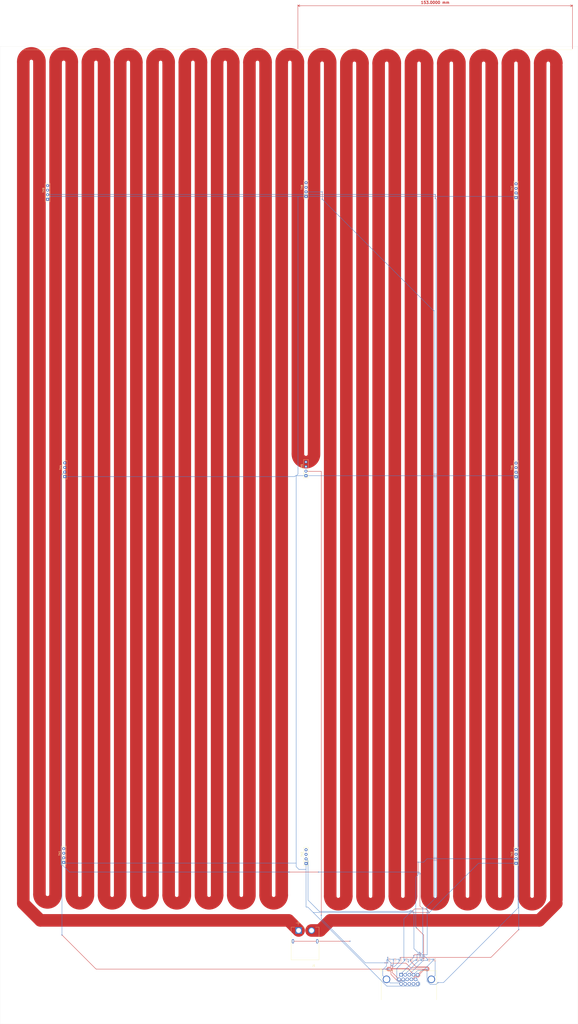
<source format=kicad_pcb>
(kicad_pcb (version 20241229) (generator "pcbnew") (generator_version "9.0")
  (layers (0 "F.Cu" signal) (2 "B.Cu" signal) (13 "F.Paste" user) (15 "B.Paste" user) (5 "F.SilkS" user "F.Silkscreen") (7 "B.SilkS" user "B.Silkscreen") (1 "F.Mask" user) (3 "B.Mask" user) (25 "Edge.Cuts" user))
  (net 0 "")
  (net 1 "24V")
  (net 3 "TH3")
  (net 4 "5V")
  (net 8 "TH7")
  (net 9 "GND")
  (net 10 "TH2")
  (net 11 "TH6")
  (net 12 "TH9")
  (net 13 "TH1")
  (net 14 "TH5")
  (net 15 "TH8")
  (net 16 "TH4")
  (net 17 "Return")
  (footprint "Resistor_THT:R_Array_SIP4" (layer "F.Cu") (at 637.5 194.0975 90)
    (property "Reference" "TH7" (at 5.08 -2.31 90) (layer "F.SilkS"))
    (property "Value" "Thermistor_NTC")
    (pad "1" thru_hole rect (at 0 0 90) (size 1.6 1.6) (drill 0.8) (layers "*.Cu" "*.Mask") (net 4 "5V"))
    (pad "2" thru_hole circle (at 2.54 0 90) (size 1.6 1.6) (drill 0.8) (layers "*.Cu" "*.Mask") (net 8 "TH7"))
    (pad "3" thru_hole circle (at 5.08 0 90) (size 1.6 1.6) (drill 0.8) (layers "*.Cu" "*.Mask"))
    (pad "4" thru_hole circle (at 7.62 0 90) (size 1.6 1.6) (drill 0.8) (layers "*.Cu" "*.Mask"))
  )
  (footprint "Resistor_THT:R_Array_SIP4" (layer "F.Cu") (at 520.5 564.695 90)
    (property "Reference" "TH2" (at 5.08 -2.31 90) (layer "F.SilkS"))
    (property "Value" "Thermistor_NTC")
    (pad "1" thru_hole rect (at 0 0 90) (size 1.6 1.6) (drill 0.8) (layers "*.Cu" "*.Mask") (net 4 "5V"))
    (pad "2" thru_hole circle (at 2.54 0 90) (size 1.6 1.6) (drill 0.8) (layers "*.Cu" "*.Mask") (net 10 "TH2"))
    (pad "3" thru_hole circle (at 5.08 0 90) (size 1.6 1.6) (drill 0.8) (layers "*.Cu" "*.Mask"))
    (pad "4" thru_hole circle (at 7.62 0 90) (size 1.6 1.6) (drill 0.8) (layers "*.Cu" "*.Mask"))
  )
  (footprint "Resistor_THT:R_Array_SIP4" (layer "F.Cu") (at 520.5 193.5 90)
    (property "Reference" "TH8" (at 5.08 -2.31 90) (layer "F.SilkS"))
    (property "Value" "Thermistor_NTC")
    (pad "1" thru_hole rect (at 0 0 90) (size 1.6 1.6) (drill 0.8) (layers "*.Cu" "*.Mask") (net 4 "5V"))
    (pad "2" thru_hole circle (at 2.54 0 90) (size 1.6 1.6) (drill 0.8) (layers "*.Cu" "*.Mask") (net 15 "TH8"))
    (pad "3" thru_hole circle (at 5.08 0 90) (size 1.6 1.6) (drill 0.8) (layers "*.Cu" "*.Mask"))
    (pad "4" thru_hole circle (at 7.62 0 90) (size 1.6 1.6) (drill 0.8) (layers "*.Cu" "*.Mask"))
  )
  (footprint "Resistor_THT:R_Array_SIP4" (layer "F.Cu") (at 637.5 349.5 90)
    (property "Reference" "TH6" (at 5.08 -2.31 90) (layer "F.SilkS"))
    (property "Value" "Thermistor_NTC")
    (pad "1" thru_hole rect (at 0 0 90) (size 1.6 1.6) (drill 0.8) (layers "*.Cu" "*.Mask") (net 4 "5V"))
    (pad "2" thru_hole circle (at 2.54 0 90) (size 1.6 1.6) (drill 0.8) (layers "*.Cu" "*.Mask") (net 11 "TH6"))
    (pad "3" thru_hole circle (at 5.08 0 90) (size 1.6 1.6) (drill 0.8) (layers "*.Cu" "*.Mask"))
    (pad "4" thru_hole circle (at 7.62 0 90) (size 1.6 1.6) (drill 0.8) (layers "*.Cu" "*.Mask"))
  )
  (footprint "Resistor_THT:R_Array_SIP4" (layer "F.Cu") (at 386 349.4025 90)
    (property "Reference" "TH4" (at 5.08 -2.31 90) (layer "F.SilkS"))
    (property "Value" "Thermistor_NTC")
    (pad "1" thru_hole rect (at 0 0 90) (size 1.6 1.6) (drill 0.8) (layers "*.Cu" "*.Mask") (net 4 "5V"))
    (pad "2" thru_hole circle (at 2.54 0 90) (size 1.6 1.6) (drill 0.8) (layers "*.Cu" "*.Mask") (net 16 "TH4"))
    (pad "3" thru_hole circle (at 5.08 0 90) (size 1.6 1.6) (drill 0.8) (layers "*.Cu" "*.Mask"))
    (pad "4" thru_hole circle (at 7.62 0 90) (size 1.6 1.6) (drill 0.8) (layers "*.Cu" "*.Mask"))
  )
  (footprint "XT60PW-M:AMASS_XT60PW-M" (layer "F.Cu") (at 519.965 608 180)
    (property "Reference" "J1" (at -4.8236 -13.51498 0) (layer "F.SilkS") (effects (font (size 1.000441 1.000441))))
    (property "Value" "Conn_01x02_Pin")
    (pad "1" thru_hole rect (at 3.6 6 180) (size 3.716 3.716) (drill 2.7) (layers "*.Cu" "*.Mask") (net 1 "24V"))
    (pad "2" thru_hole circle (at -3.6 6 180) (size 3.716 3.716) (drill 2.7) (layers "*.Cu" "*.Mask") (net 17 "Return"))
    (pad "S1" thru_hole oval (at 6.75 0 180) (size 1.2 2.4) (drill oval 0.6 1.7) (layers "*.Cu" "*.Mask"))
    (pad "S2" thru_hole oval (at -6.75 0 180) (size 1.2 2.4) (drill oval 0.6 1.7) (layers "*.Cu" "*.Mask"))
  )
  (footprint "Resistor_THT:R_Array_SIP4" (layer "F.Cu") (at 520.45 348.9025 90)
    (property "Reference" "TH5" (at 5.08 -2.31 90) (layer "F.SilkS"))
    (property "Value" "Thermistor_NTC")
    (pad "1" thru_hole rect (at 0 0 90) (size 1.6 1.6) (drill 0.8) (layers "*.Cu" "*.Mask") (net 4 "5V"))
    (pad "2" thru_hole circle (at 2.54 0 90) (size 1.6 1.6) (drill 0.8) (layers "*.Cu" "*.Mask") (net 14 "TH5"))
    (pad "3" thru_hole circle (at 5.08 0 90) (size 1.6 1.6) (drill 0.8) (layers "*.Cu" "*.Mask"))
    (pad "4" thru_hole circle (at 7.62 0 90) (size 1.6 1.6) (drill 0.8) (layers "*.Cu" "*.Mask"))
  )
  (footprint "Resistor_THT:R_Array_SIP4" (layer "F.Cu") (at 376.5 195.0975 90)
    (property "Reference" "TH9" (at 5.08 -2.31 90) (layer "F.SilkS"))
    (property "Value" "Thermistor_NTC")
    (pad "1" thru_hole rect (at 0 0 90) (size 1.6 1.6) (drill 0.8) (layers "*.Cu" "*.Mask") (net 4 "5V"))
    (pad "2" thru_hole circle (at 2.54 0 90) (size 1.6 1.6) (drill 0.8) (layers "*.Cu" "*.Mask") (net 12 "TH9"))
    (pad "3" thru_hole circle (at 5.08 0 90) (size 1.6 1.6) (drill 0.8) (layers "*.Cu" "*.Mask"))
    (pad "4" thru_hole circle (at 7.62 0 90) (size 1.6 1.6) (drill 0.8) (layers "*.Cu" "*.Mask"))
  )
  (footprint "Resistor_THT:R_Array_SIP4" (layer "F.Cu") (at 385.5 564.0975 90)
    (property "Reference" "TH1" (at 5.08 -2.31 90) (layer "F.SilkS"))
    (property "Value" "Thermistor_NTC")
    (pad "1" thru_hole rect (at 0 0 90) (size 1.6 1.6) (drill 0.8) (layers "*.Cu" "*.Mask") (net 4 "5V"))
    (pad "2" thru_hole circle (at 2.54 0 90) (size 1.6 1.6) (drill 0.8) (layers "*.Cu" "*.Mask") (net 13 "TH1"))
    (pad "3" thru_hole circle (at 5.08 0 90) (size 1.6 1.6) (drill 0.8) (layers "*.Cu" "*.Mask"))
    (pad "4" thru_hole circle (at 7.62 0 90) (size 1.6 1.6) (drill 0.8) (layers "*.Cu" "*.Mask"))
  )
  (footprint "10090926_P154XLF:AMPHENOL_10090926-P154XLF" (layer "F.Cu") (at 577.81 629.19)
    (property "Reference" "J5" (at -15.99 -5.5 0) (layer "F.SilkS"))
    (property "Value" "10090926-P154XLF")
    (pad "1" thru_hole rect (at -4.33 -2.54) (size 1.95 1.95) (drill 1.3) (layers "*.Cu" "*.Mask") (net 13 "TH1"))
    (pad "2" thru_hole circle (at -2.04 -2.54) (size 1.95 1.95) (drill 1.3) (layers "*.Cu" "*.Mask") (net 10 "TH2"))
    (pad "3" thru_hole circle (at 0.25 -2.54) (size 1.95 1.95) (drill 1.3) (layers "*.Cu" "*.Mask") (net 3 "TH3"))
    (pad "4" thru_hole circle (at 2.54 -2.54) (size 1.95 1.95) (drill 1.3) (layers "*.Cu" "*.Mask") (net 16 "TH4"))
    (pad "5" thru_hole circle (at 4.83 -2.54) (size 1.95 1.95) (drill 1.3) (layers "*.Cu" "*.Mask") (net 14 "TH5"))
    (pad "6" thru_hole circle (at -5.47 0) (size 1.95 1.95) (drill 1.3) (layers "*.Cu" "*.Mask") (net 11 "TH6"))
    (pad "7" thru_hole circle (at -3.18 0) (size 1.95 1.95) (drill 1.3) (layers "*.Cu" "*.Mask") (net 8 "TH7"))
    (pad "8" thru_hole circle (at -0.89 0) (size 1.95 1.95) (drill 1.3) (layers "*.Cu" "*.Mask") (net 15 "TH8"))
    (pad "9" thru_hole circle (at 1.4 0) (size 1.95 1.95) (drill 1.3) (layers "*.Cu" "*.Mask") (net 12 "TH9"))
    (pad "10" thru_hole circle (at 3.69 0) (size 1.95 1.95) (drill 1.3) (layers "*.Cu" "*.Mask") (net 4 "5V"))
    (pad "11" thru_hole circle (at -4.33 2.54) (size 1.95 1.95) (drill 1.3) (layers "*.Cu" "*.Mask") (net 9 "GND"))
    (pad "12" thru_hole circle (at -2.04 2.54) (size 1.95 1.95) (drill 1.3) (layers "*.Cu" "*.Mask"))
    (pad "13" thru_hole circle (at 0.25 2.54) (size 1.95 1.95) (drill 1.3) (layers "*.Cu" "*.Mask"))
    (pad "14" thru_hole circle (at 2.54 2.54) (size 1.95 1.95) (drill 1.3) (layers "*.Cu" "*.Mask"))
    (pad "15" thru_hole circle (at 4.83 2.54) (size 1.95 1.95) (drill 1.3) (layers "*.Cu" "*.Mask"))
    (pad "S1" thru_hole circle (at -12.49 0) (size 4.216 4.216) (drill 3.2) (layers "*.Cu" "*.Mask") (net 9 "GND"))
    (pad "S2" thru_hole circle (at 12.5 0) (size 4.216 4.216) (drill 3.2) (layers "*.Cu" "*.Mask") (net 9 "GND"))
  )
  (footprint "Resistor_THT:R_Array_SIP4" (layer "F.Cu") (at 637.5 564.5975 90)
    (property "Reference" "TH3" (at 5.08 -2.31 90) (layer "F.SilkS"))
    (property "Value" "Thermistor_NTC")
    (pad "1" thru_hole rect (at 0 0 90) (size 1.6 1.6) (drill 0.8) (layers "*.Cu" "*.Mask") (net 4 "5V"))
    (pad "2" thru_hole circle (at 2.54 0 90) (size 1.6 1.6) (drill 0.8) (layers "*.Cu" "*.Mask") (net 3 "TH3"))
    (pad "3" thru_hole circle (at 5.08 0 90) (size 1.6 1.6) (drill 0.8) (layers "*.Cu" "*.Mask"))
    (pad "4" thru_hole circle (at 7.62 0 90) (size 1.6 1.6) (drill 0.8) (layers "*.Cu" "*.Mask"))
  )
  (footprint "Resistor_SMD:R_0201_0603Metric" (layer "B.Cu") (at 588.165 618.345 90)
    (property "Reference" "R8" (at 0 1.05 90) (layer "B.SilkS") (effects (justify mirror)))
    (property "Value" "6.8k")
    (pad "1" smd roundrect (at -0.32 0 90) (size 0.46 0.4) (layers "B.Cu" "B.Mask") (net 3 "TH3"))
    (pad "2" smd roundrect (at 0.32 0 90) (size 0.46 0.4) (layers "B.Cu" "B.Mask") (net 9 "GND"))
  )
  (footprint "Resistor_SMD:R_0201_0603Metric" (layer "B.Cu") (at 575.5 618.345 90)
    (property "Reference" "R4" (at 0 1.05 90) (layer "B.SilkS") (effects (justify mirror)))
    (property "Value" "6.8k")
    (pad "1" smd roundrect (at -0.32 0 90) (size 0.46 0.4) (layers "B.Cu" "B.Mask") (net 15 "TH8"))
    (pad "2" smd roundrect (at 0.32 0 90) (size 0.46 0.4) (layers "B.Cu" "B.Mask") (net 9 "GND"))
  )
  (footprint "Resistor_SMD:R_0201_0603Metric" (layer "B.Cu") (at 591.32 618.345 90)
    (property "Reference" "R9" (at 0 1.05 90) (layer "B.SilkS") (effects (justify mirror)))
    (property "Value" "6.8k")
    (pad "1" smd roundrect (at -0.32 0 90) (size 0.46 0.4) (layers "B.Cu" "B.Mask") (net 16 "TH4"))
    (pad "2" smd roundrect (at 0.32 0 90) (size 0.46 0.4) (layers "B.Cu" "B.Mask") (net 9 "GND"))
  )
  (footprint "Resistor_SMD:R_0201_0603Metric" (layer "B.Cu") (at 578.5 618.345 90)
    (property "Reference" "R5" (at 0 1.05 90) (layer "B.SilkS") (effects (justify mirror)))
    (property "Value" "6.8k")
    (pad "1" smd roundrect (at -0.32 0 90) (size 0.46 0.4) (layers "B.Cu" "B.Mask") (net 12 "TH9"))
    (pad "2" smd roundrect (at 0.32 0 90) (size 0.46 0.4) (layers "B.Cu" "B.Mask") (net 9 "GND"))
  )
  (footprint "Resistor_SMD:R_0201_0603Metric" (layer "B.Cu") (at 581.82 618.345 90)
    (property "Reference" "R6" (at 0 1.05 90) (layer "B.SilkS") (effects (justify mirror)))
    (property "Value" "6.8k")
    (pad "1" smd roundrect (at -0.32 0 90) (size 0.46 0.4) (layers "B.Cu" "B.Mask") (net 13 "TH1"))
    (pad "2" smd roundrect (at 0.32 0 90) (size 0.46 0.4) (layers "B.Cu" "B.Mask") (net 9 "GND"))
  )
  (footprint "Resistor_SMD:R_0201_0603Metric" (layer "B.Cu") (at 585.01 618.345 90)
    (property "Reference" "R7" (at 0 1.05 90) (layer "B.SilkS") (effects (justify mirror)))
    (property "Value" "6.8k")
    (pad "1" smd roundrect (at -0.32 0 90) (size 0.46 0.4) (layers "B.Cu" "B.Mask") (net 10 "TH2"))
    (pad "2" smd roundrect (at 0.32 0 90) (size 0.46 0.4) (layers "B.Cu" "B.Mask") (net 9 "GND"))
  )
  (footprint "Resistor_SMD:R_0201_0603Metric" (layer "B.Cu") (at 572.32 618.345 90)
    (property "Reference" "R3" (at 0 1.05 90) (layer "B.SilkS") (effects (justify mirror)))
    (property "Value" "6.8k")
    (pad "1" smd roundrect (at -0.32 0 90) (size 0.46 0.4) (layers "B.Cu" "B.Mask") (net 8 "TH7"))
    (pad "2" smd roundrect (at 0.32 0 90) (size 0.46 0.4) (layers "B.Cu" "B.Mask") (net 9 "GND"))
  )
  (footprint "Resistor_SMD:R_0201_0603Metric" (layer "B.Cu") (at 566 618.345 90)
    (property "Reference" "R1" (at 0 1.05 90) (layer "B.SilkS") (effects (justify mirror)))
    (property "Value" "6.8k")
    (pad "1" smd roundrect (at -0.32 0 90) (size 0.46 0.4) (layers "B.Cu" "B.Mask") (net 14 "TH5"))
    (pad "2" smd roundrect (at 0.32 0 90) (size 0.46 0.4) (layers "B.Cu" "B.Mask") (net 9 "GND"))
  )
  (footprint "Resistor_SMD:R_0201_0603Metric" (layer "B.Cu") (at 569.14 618.345 90)
    (property "Reference" "R2" (at 0 1.05 90) (layer "B.SilkS") (effects (justify mirror)))
    (property "Value" "6.8k")
    (pad "1" smd roundrect (at -0.32 0 90) (size 0.46 0.4) (layers "B.Cu" "B.Mask") (net 11 "TH6"))
    (pad "2" smd roundrect (at 0.32 0 90) (size 0.46 0.4) (layers "B.Cu" "B.Mask") (net 9 "GND"))
  )
  (gr_arc (start 560.95 119.38) (mid 565.45 114.88) (end 569.95 119.38) (stroke (width 7)) (layer "F.Cu") (net 1))
  (gr_arc (start 470.95 582.38) (mid 466.45 586.88) (end 461.95 582.38) (stroke (width 7)) (layer "F.Cu") (net 1))
  (gr_arc (start 380.95 118.88) (mid 385.45 114.38) (end 389.95 118.88) (stroke (width 7)) (layer "F.Cu") (net 1))
  (gr_arc (start 632.95 119.38) (mid 637.45 114.88) (end 641.95 119.38) (stroke (width 7)) (layer "F.Cu") (net 1))
  (gr_arc (start 524.95 118.88) (mid 529.45 114.38) (end 533.95 118.88) (stroke (width 7)) (layer "F.Cu") (net 1))
  (gr_arc (start 470.95 118.88) (mid 475.45 114.38) (end 479.95 118.88) (stroke (width 7)) (layer "F.Cu") (net 1))
  (gr_arc (start 488.95 118.88) (mid 493.45 114.38) (end 497.95 118.88) (stroke (width 7)) (layer "F.Cu") (net 1))
  (gr_arc (start 398.95 118.88) (mid 403.45 114.38) (end 407.95 118.88) (stroke (width 7)) (layer "F.Cu") (net 1))
  (gr_arc (start 632.95 119.38) (mid 637.45 114.88) (end 641.95 119.38) (stroke (width 7)) (layer "F.Cu") (net 1))
  (gr_arc (start 650.95 119.38) (mid 655.45 114.88) (end 659.95 119.38) (stroke (width 7)) (layer "F.Cu") (net 1))
  (gr_arc (start 560.95 582.88) (mid 556.45 587.38) (end 551.95 582.88) (stroke (width 7)) (layer "F.Cu") (net 1))
  (gr_arc (start 488.95 118.88) (mid 493.45 114.38) (end 497.95 118.88) (stroke (width 7)) (layer "F.Cu") (net 1))
  (gr_arc (start 434.95 118.88) (mid 439.45 114.38) (end 443.95 118.88) (stroke (width 7)) (layer "F.Cu") (net 1))
  (gr_arc (start 380.95 581.88) (mid 376.45 586.38) (end 371.95 581.88) (stroke (width 7)) (layer "F.Cu") (net 1))
  (gr_arc (start 362.95 118.38) (mid 367.45 113.88) (end 371.95 118.38) (stroke (width 7)) (layer "F.Cu") (net 1))
  (gr_arc (start 416.95 118.88) (mid 421.45 114.38) (end 425.95 118.88) (stroke (width 7)) (layer "F.Cu") (net 1))
  (gr_arc (start 416.95 582.38) (mid 412.45 586.88) (end 407.95 582.38) (stroke (width 7)) (layer "F.Cu") (net 1))
  (gr_arc (start 614.95 582.88) (mid 610.45 587.38) (end 605.95 582.88) (stroke (width 7)) (layer "F.Cu") (net 1))
  (gr_arc (start 398.95 582.38) (mid 394.45 586.88) (end 389.95 582.38) (stroke (width 7)) (layer "F.Cu") (net 1))
  (gr_arc (start 380.95 118.38) (mid 385.45 113.88) (end 389.95 118.38) (stroke (width 7)) (layer "F.Cu") (net 1))
  (gr_arc (start 434.95 118.88) (mid 439.45 114.38) (end 443.95 118.88) (stroke (width 7)) (layer "F.Cu") (net 1))
  (gr_arc (start 632.95 582.88) (mid 628.45 587.38) (end 623.95 582.88) (stroke (width 7)) (layer "F.Cu") (net 1))
  (gr_arc (start 506.95 118.88) (mid 511.45 114.38) (end 515.95 118.88) (stroke (width 7)) (layer "F.Cu") (net 1))
  (gr_arc (start 506.95 582.38) (mid 502.45 586.88) (end 497.95 582.38) (stroke (width 7)) (layer "F.Cu") (net 1))
  (gr_arc (start 578.95 582.88) (mid 574.45 587.38) (end 569.95 582.88) (stroke (width 7)) (layer "F.Cu") (net 1))
  (gr_arc (start 614.95 119.38) (mid 619.45 114.88) (end 623.95 119.38) (stroke (width 7)) (layer "F.Cu") (net 1))
  (gr_arc (start 434.95 582.38) (mid 430.45 586.88) (end 425.95 582.38) (stroke (width 7)) (layer "F.Cu") (net 1))
  (gr_arc (start 524.95 119.38) (mid 529.45 114.88) (end 533.95 119.38) (stroke (width 7)) (layer "F.Cu") (net 1))
  (gr_arc (start 542.95 119.38) (mid 547.45 114.88) (end 551.95 119.38) (stroke (width 7)) (layer "F.Cu") (net 1))
  (gr_arc (start 542.95 582.88) (mid 538.45 587.38) (end 533.95 582.88) (stroke (width 7)) (layer "F.Cu") (net 1))
  (gr_arc (start 542.95 119.38) (mid 547.45 114.88) (end 551.95 119.38) (stroke (width 7)) (layer "F.Cu") (net 1))
  (gr_arc (start 452.95 582.38) (mid 448.45 586.88) (end 443.95 582.38) (stroke (width 7)) (layer "F.Cu") (net 1))
  (gr_arc (start 398.95 118.88) (mid 403.45 114.38) (end 407.95 118.88) (stroke (width 7)) (layer "F.Cu") (net 1))
  (gr_arc (start 578.95 119.38) (mid 583.45 114.88) (end 587.95 119.38) (stroke (width 7)) (layer "F.Cu") (net 1))
  (gr_arc (start 578.95 119.38) (mid 583.45 114.88) (end 587.95 119.38) (stroke (width 7)) (layer "F.Cu") (net 1))
  (gr_arc (start 452.95 118.88) (mid 457.45 114.38) (end 461.95 118.88) (stroke (width 7)) (layer "F.Cu") (net 1))
  (gr_arc (start 470.95 118.88) (mid 475.45 114.38) (end 479.95 118.88) (stroke (width 7)) (layer "F.Cu") (net 1))
  (gr_arc (start 416.95 118.88) (mid 421.45 114.38) (end 425.95 118.88) (stroke (width 7)) (layer "F.Cu") (net 1))
  (gr_arc (start 596.95 582.88) (mid 592.45 587.38) (end 587.95 582.88) (stroke (width 7)) (layer "F.Cu") (net 1))
  (gr_arc (start 488.95 582.38) (mid 484.45 586.88) (end 479.95 582.38) (stroke (width 7)) (layer "F.Cu") (net 1))
  (gr_arc (start 506.95 118.88) (mid 511.45 114.38) (end 515.95 118.88) (stroke (width 7)) (layer "F.Cu") (net 1))
  (gr_arc (start 524.95 336.88) (mid 520.45 341.38) (end 515.95 336.88) (stroke (width 7)) (layer "F.Cu") (net 1))
  (gr_arc (start 452.95 118.88) (mid 457.45 114.38) (end 461.95 118.88) (stroke (width 7)) (layer "F.Cu") (net 1))
  (gr_arc (start 596.95 119.38) (mid 601.45 114.88) (end 605.95 119.38) (stroke (width 7)) (layer "F.Cu") (net 1))
  (gr_arc (start 560.95 119.38) (mid 565.45 114.88) (end 569.95 119.38) (stroke (width 7)) (layer "F.Cu") (net 1))
  (gr_arc (start 614.95 119.38) (mid 619.45 114.88) (end 623.95 119.38) (stroke (width 7)) (layer "F.Cu") (net 1))
  (gr_arc (start 596.95 119.38) (mid 601.45 114.88) (end 605.95 119.38) (stroke (width 7)) (layer "F.Cu") (net 1))
  (gr_arc (start 650.95 119.38) (mid 655.45 114.88) (end 659.95 119.38) (stroke (width 7)) (layer "F.Cu") (net 1))
  (gr_arc (start 650.95 582.88) (mid 646.45 587.38) (end 641.95 582.88) (stroke (width 7)) (layer "F.Cu") (net 1))
  (gr_line (start 668.95 111.88) (end 362.95 111.88) (stroke (width 0.1)) (layer "F.SilkS"))
  (gr_rect (start 350 110) (end 672 654) (stroke (width 0.05)) (fill no) (layer "Edge.Cuts"))
  (dimension (type aligned) (layer "F.Cu") (pts (xy 668.95 111.88) (xy 515.95 111.88)) (height 24.499999) (format (prefix "") (suffix "") (units 3) (units_format 1) (precision 4)) (style (thickness 0.2) (arrow_length 1.27) (text_position_mode 0) (arrow_direction outward) (extension_height 0.58642) (extension_offset 0.5) (keep_text_aligned yes)) (gr_text "153.0000 mm" (at 592.45 85.580001 0) (layer "F.Cu") (effects (font (size 1.5 1.5) (thickness 0.3)))))
  (segment (start 641.95 582.88) (end 641.95 119.88) (width 7) (layer "F.Cu") (net 1))
  (segment (start 425.95 582.38) (end 425.95 119.38) (width 7) (layer "F.Cu") (net 1))
  (segment (start 585 596.38) (end 534 596.38) (width 7) (layer "F.Cu") (net 1))
  (segment (start 380.95 581.88) (end 380.95 118.88) (width 7) (layer "F.Cu") (net 1))
  (segment (start 614.95 582.88) (end 614.95 119.88) (width 7) (layer "F.Cu") (net 1))
  (segment (start 578.95 582.88) (end 578.95 119.88) (width 7) (layer "F.Cu") (net 1))
  (segment (start 605.95 582.88) (end 605.95 119.88) (width 7) (layer "F.Cu") (net 1))
  (segment (start 372.45 596.38) (end 510.745 596.38) (width 7) (layer "F.Cu") (net 1))
  (segment (start 528.38 602) (end 523.565 602) (width 7) (layer "F.Cu") (net 1))
  (segment (start 479.95 582.38) (end 479.95 119.38) (width 7) (layer "F.Cu") (net 1))
  (segment (start 362.95 586.88) (end 372.45 596.38) (width 7) (layer "F.Cu") (net 1))
  (segment (start 461.95 582.38) (end 461.95 119.38) (width 7) (layer "F.Cu") (net 1))
  (segment (start 434.95 582.38) (end 434.95 119.38) (width 7) (layer "F.Cu") (net 1))
  (segment (start 569.95 582.88) (end 569.95 119.88) (width 7) (layer "F.Cu") (net 1))
  (segment (start 506.95 582.38) (end 506.95 119.38) (width 7) (layer "F.Cu") (net 1))
  (segment (start 452.95 582.38) (end 452.95 119.38) (width 7) (layer "F.Cu") (net 1))
  (segment (start 560.95 582.88) (end 560.95 119.88) (width 7) (layer "F.Cu") (net 1))
  (segment (start 362.95 118.88) (end 362.95 586.88) (width 7) (layer "F.Cu") (net 1))
  (segment (start 659.95 584.88) (end 659.95 120.88) (width 7) (layer "F.Cu") (net 1))
  (segment (start 510.745 596.38) (end 516.365 602) (width 7) (layer "F.Cu") (net 1))
  (segment (start 524.95 119.38) (end 524.95 336.38) (width 7) (layer "F.Cu") (net 1))
  (segment (start 650.95 582.88) (end 650.95 119.88) (width 7) (layer "F.Cu") (net 1))
  (segment (start 443.95 582.38) (end 443.95 119.38) (width 7) (layer "F.Cu") (net 1))
  (segment (start 533.95 582.88) (end 533.95 119.88) (width 7) (layer "F.Cu") (net 1))
  (segment (start 497.95 582.38) (end 497.95 119.38) (width 7) (layer "F.Cu") (net 1))
  (segment (start 650.45 596.38) (end 585 596.38) (width 7) (layer "F.Cu") (net 1))
  (segment (start 371.95 581.88) (end 371.95 118.88) (width 7) (layer "F.Cu") (net 1))
  (segment (start 488.95 582.38) (end 488.95 119.38) (width 7) (layer "F.Cu") (net 1))
  (segment (start 398.95 582.38) (end 398.95 119.38) (width 7) (layer "F.Cu") (net 1))
  (segment (start 516.365 602) (end 517.635 602) (width 0.2) (layer "F.Cu") (net 1))
  (segment (start 659.95 586.88) (end 650.45 596.38) (width 7) (layer "F.Cu") (net 1))
  (segment (start 551.95 582.88) (end 551.95 119.88) (width 7) (layer "F.Cu") (net 1))
  (segment (start 596.95 582.88) (end 596.95 119.88) (width 7) (layer "F.Cu") (net 1))
  (segment (start 632.95 582.88) (end 632.95 119.88) (width 7) (layer "F.Cu") (net 1))
  (segment (start 587.95 582.88) (end 587.95 119.88) (width 7) (layer "F.Cu") (net 1))
  (segment (start 416.95 582.38) (end 416.95 119.38) (width 7) (layer "F.Cu") (net 1))
  (segment (start 534 596.38) (end 528.38 602) (width 7) (layer "F.Cu") (net 1))
  (segment (start 515.95 118.88) (end 515.95 336.38) (width 7) (layer "F.Cu") (net 1))
  (segment (start 470.95 582.38) (end 470.95 119.38) (width 7) (layer "F.Cu") (net 1))
  (segment (start 523.565 602) (end 523.985 602) (width 0.2) (layer "F.Cu") (net 1))
  (segment (start 407.95 582.38) (end 407.95 119.38) (width 7) (layer "F.Cu") (net 1))
  (segment (start 389.95 582.38) (end 389.95 119.38) (width 7) (layer "F.Cu") (net 1))
  (segment (start 623.95 582.88) (end 623.95 119.88) (width 7) (layer "F.Cu") (net 1))
  (segment (start 542.95 582.88) (end 542.95 119.88) (width 7) (layer "F.Cu") (net 1))
  (segment (start 583 564.05) (end 583 570.1) (width 0.2) (layer "F.Cu") (net 3))
  (segment (start 586 615.080761) (end 586.15 615.230761) (width 0.2) (layer "F.Cu") (net 3))
  (segment (start 586 604.5) (end 586 615.080761) (width 0.2) (layer "F.Cu") (net 3))
  (segment (start 582 600.5) (end 586 604.5) (width 0.2) (layer "F.Cu") (net 3))
  (segment (start 582.95 564) (end 583 564.05) (width 0.2) (layer "F.Cu") (net 3))
  (segment (start 586.15 615.230761) (end 586.15 616.557567) (width 0.2) (layer "F.Cu") (net 3))
  (segment (start 586.15 616.557567) (end 585.927003 616.780564) (width 0.2) (layer "F.Cu") (net 3))
  (via (at 582 600.5) (size 0.6) (drill 0.3) (layers "F.Cu" "B.Cu") (net 3))
  (via (at 585.927003 616.780564) (size 0.6) (drill 0.3) (layers "F.Cu" "B.Cu") (net 3))
  (via (at 582.95 564) (size 0.6) (drill 0.3) (layers "F.Cu" "B.Cu") (net 3))
  (via (at 583 570.1) (size 0.6) (drill 0.3) (layers "F.Cu" "B.Cu") (net 3))
  (segment (start 586 564) (end 587.9425 562.0575) (width 0.2) (layer "B.Cu") (net 3))
  (segment (start 581.635 600.135) (end 581.635 572.365) (width 0.2) (layer "B.Cu") (net 3))
  (segment (start 583 571) (end 581.635 572.365) (width 0.2) (layer "B.Cu") (net 3))
  (segment (start 578.06 626.65) (end 578.06 626.45) (width 0.2) (layer "B.Cu") (net 3))
  (segment (start 583 570.1) (end 583 571) (width 0.2) (layer "B.Cu") (net 3))
  (segment (start 582.95 564) (end 586 564) (width 0.2) (layer "B.Cu") (net 3))
  (segment (start 585.845 618.665) (end 585.845 616.862567) (width 0.2) (layer "B.Cu") (net 3))
  (segment (start 585.845 616.862567) (end 585.927003 616.780564) (width 0.2) (layer "B.Cu") (net 3))
  (segment (start 582 600.5) (end 581.635 600.135) (width 0.2) (layer "B.Cu") (net 3))
  (segment (start 585.845 618.665) (end 588.165 618.665) (width 0.2) (layer "B.Cu") (net 3))
  (segment (start 578.06 626.45) (end 585.845 618.665) (width 0.2) (layer "B.Cu") (net 3))
  (segment (start 587.9425 562.0575) (end 637.5 562.0575) (width 0.2) (layer "B.Cu") (net 3))
  (segment (start 580 592) (end 589.069297 592) (width 0.2) (layer "F.Cu") (net 4))
  (segment (start 589.069297 592) (end 589.124019 592.054722) (width 0.2) (layer "F.Cu") (net 4))
  (via (at 589.124019 592.054722) (size 0.6) (drill 0.3) (layers "F.Cu" "B.Cu") (net 4))
  (via (at 580 592) (size 0.6) (drill 0.3) (layers "F.Cu" "B.Cu") (net 4))
  (segment (start 583.168537 633.006) (end 583.916 632.258537) (width 0.2) (layer "B.Cu") (net 4))
  (segment (start 581.904537 629.19) (end 581.5 629.19) (width 0.2) (layer "B.Cu") (net 4))
  (segment (start 520.5 193.5) (end 378.0975 193.5) (width 0.2) (layer "B.Cu") (net 4))
  (segment (start 521.5 589) (end 520.5 589) (width 0.2) (layer "B.Cu") (net 4))
  (segment (start 636.9025 193.5) (end 637.5 194.0975) (width 0.2) (layer "B.Cu") (net 4))
  (segment (start 378.0975 193.5) (end 376.5 195.0975) (width 0.2) (layer "B.Cu") (net 4))
  (segment (start 578.080761 592) (end 524.5 592) (width 0.2) (layer "B.Cu") (net 4))
  (segment (start 516 193.5) (end 520.5 193.5) (width 0.2) (layer "B.Cu") (net 4))
  (segment (start 637.5 564.5975) (end 616.581241 564.5975) (width 0.2) (layer "B.Cu") (net 4))
  (segment (start 520.5 193.5) (end 636.9025 193.5) (width 0.2) (layer "B.Cu") (net 4))
  (segment (start 583.916 631.201463) (end 581.904537 629.19) (width 0.2) (layer "B.Cu") (net 4))
  (segment (start 583.916 632.258537) (end 583.916 631.201463) (width 0.2) (layer "B.Cu") (net 4))
  (segment (start 520.5 568) (end 520.5 564.695) (width 0.2) (layer "B.Cu") (net 4))
  (segment (start 588.945278 592.054722) (end 588.5 592.5) (width 0.2) (layer "B.Cu") (net 4))
  (segment (start 515 566.5) (end 515 564.5) (width 0.2) (layer "B.Cu") (net 4))
  (segment (start 515 349) (end 516 348) (width 0.2) (layer "B.Cu") (net 4))
  (segment (start 516 348) (end 516 193.5) (width 0.2) (layer "B.Cu") (net 4))
  (segment (start 516.5 568) (end 515 566.5) (width 0.2) (layer "B.Cu") (net 4))
  (segment (start 524.5 592) (end 565.506 633.006) (width 0.2) (layer "B.Cu") (net 4))
  (segment (start 520.45 348.9025) (end 636.9025 348.9025) (width 0.2) (layer "B.Cu") (net 4))
  (segment (start 578.730761 591.35) (end 578.080761 592) (width 0.2) (layer "B.Cu") (net 4))
  (segment (start 385.5 564.0975) (end 385.5 564.5) (width 0.2) (layer "B.Cu") (net 4))
  (segment (start 580 592) (end 579.35 591.35) (width 0.2) (layer "B.Cu") (net 4))
  (segment (start 520.5 589) (end 520.5 568) (width 0.2) (layer "B.Cu") (net 4))
  (segment (start 520.5 568) (end 516.5 568) (width 0.2) (layer "B.Cu") (net 4))
  (segment (start 515.0975 348.9025) (end 515 349) (width 0.2) (layer "B.Cu") (net 4))
  (segment (start 514.5 349) (end 514.0975 349.4025) (width 0.2) (layer "B.Cu") (net 4))
  (segment (start 565.506 633.006) (end 583.168537 633.006) (width 0.2) (layer "B.Cu") (net 4))
  (segment (start 636.9025 348.9025) (end 637.5 349.5) (width 0.2) (layer "B.Cu") (net 4))
  (segment (start 385.5 564.5) (end 515 564.5) (width 0.2) (layer "B.Cu") (net 4))
  (segment (start 524.5 592) (end 521.5 589) (width 0.2) (layer "B.Cu") (net 4))
  (segment (start 515 349) (end 514.5 349) (width 0.2) (layer "B.Cu") (net 4))
  (segment (start 514.0975 349.4025) (end 386 349.4025) (width 0.2) (layer "B.Cu") (net 4))
  (segment (start 520.45 348.9025) (end 515.0975 348.9025) (width 0.2) (layer "B.Cu") (net 4))
  (segment (start 515 564.5) (end 515 349) (width 0.2) (layer "B.Cu") (net 4))
  (segment (start 616.581241 564.5975) (end 589.124019 592.054722) (width 0.2) (layer "B.Cu") (net 4))
  (segment (start 579.35 591.35) (end 578.730761 591.35) (width 0.2) (layer "B.Cu") (net 4))
  (segment (start 589.124019 592.054722) (end 588.945278 592.054722) (width 0.2) (layer "B.Cu") (net 4))
  (segment (start 574.144537 629.19) (end 572.868537 630.466) (width 0.2) (layer "F.Cu") (net 8))
  (segment (start 567.82 622.048629) (end 567.82 621.19) (width 0.2) (layer "F.Cu") (net 8))
  (segment (start 567.82 624.95137) (end 567.41863 624.55) (width 0.2) (layer "F.Cu") (net 8))
  (segment (start 571.811463 630.466) (end 567.82 626.474537) (width 0.2) (layer "F.Cu") (net 8))
  (segment (start 566.065076 622.45) (end 567.418629 622.45) (width 0.2) (layer "F.Cu") (net 8))
  (segment (start 586.626806 617) (end 586.196242 617.430564) (width 0.2) (layer "F.Cu") (net 8))
  (segment (start 566.065075 624.55) (end 565.45 623.934924) (width 0.2) (layer "F.Cu") (net 8))
  (segment (start 572.868537 630.466) (end 571.811463 630.466) (width 0.2) (layer "F.Cu") (net 8))
  (segment (start 623.5 617) (end 586.626806 617) (width 0.2) (layer "F.Cu") (net 8))
  (segment (start 586.196242 617.430564) (end 585.707567 617.430564) (width 0.2) (layer "F.Cu") (net 8))
  (segment (start 565.45 623.065075) (end 566.065076 622.45) (width 0.2) (layer "F.Cu") (net 8))
  (segment (start 585.277003 617) (end 573.15 617) (width 0.2) (layer "F.Cu") (net 8))
  (segment (start 585.707567 617.430564) (end 585.277003 617) (width 0.2) (layer "F.Cu") (net 8))
  (segment (start 567.82 626.474537) (end 567.82 624.95137) (width 0.2) (layer "F.Cu") (net 8))
  (segment (start 567.41863 624.55) (end 566.065075 624.55) (width 0.2) (layer "F.Cu") (net 8))
  (segment (start 574.63 629.19) (end 574.144537 629.19) (width 0.2) (layer "F.Cu") (net 8))
  (segment (start 639 601.5) (end 623.5 617) (width 0.2) (layer "F.Cu") (net 8))
  (segment (start 573.15 617) (end 573 617.15) (width 0.2) (layer "F.Cu") (net 8))
  (segment (start 565.45 623.934924) (end 565.45 623.065075) (width 0.2) (layer "F.Cu") (net 8))
  (segment (start 567.418629 622.45) (end 567.82 622.048629) (width 0.2) (layer "F.Cu") (net 8))
  (via (at 639 601.5) (size 0.6) (drill 0.3) (layers "F.Cu" "B.Cu") (net 8))
  (via (at 573 617.15) (size 0.6) (drill 0.3) (layers "F.Cu" "B.Cu") (net 8))
  (via (at 567.82 621.19) (size 0.6) (drill 0.3) (layers "F.Cu" "B.Cu") (net 8))
  (segment (start 639.002 589.6322) (end 639.002 589) (width 0.2) (layer "B.Cu") (net 8))
  (segment (start 572.32 618.665) (end 572.32 619.490002) (width 0.2) (layer "B.Cu") (net 8))
  (segment (start 572.835 618.665) (end 573 618.5) (width 0.2) (layer "B.Cu") (net 8))
  (segment (start 572.32 619.490002) (end 569.739239 622.070763) (width 0.2) (layer "B.Cu") (net 8))
  (segment (start 568.700763 622.070763) (end 567.82 621.19) (width 0.2) (layer "B.Cu") (net 8))
  (segment (start 639 589.002) (end 639.002 589) (width 0.2) (layer "B.Cu") (net 8))
  (segment (start 572.32 618.665) (end 572.835 618.665) (width 0.2) (layer "B.Cu") (net 8))
  (segment (start 574.63 629.19) (end 574.32 629.19) (width 0.2) (layer "B.Cu") (net 8))
  (segment (start 573 618.5) (end 573 617.15) (width 0.2) (layer "B.Cu") (net 8))
  (segment (start 639.002 589) (end 639.002 193.0595) (width 0.2) (layer "B.Cu") (net 8))
  (segment (start 639.002 193.0595) (end 637.5 191.5575) (width 0.2) (layer "B.Cu") (net 8))
  (segment (start 639 601.5) (end 639 589.002) (width 0.2) (layer "B.Cu") (net 8))
  (segment (start 569.739239 622.070763) (end 568.700763 622.070763) (width 0.2) (layer "B.Cu") (net 8))
  (segment (start 526.715 608) (end 545 608) (width 0.2) (layer "F.Cu") (net 9))
  (segment (start 590.31 629.19) (end 590.32 629.19) (width 0.2) (layer "F.Cu") (net 9))
  (segment (start 513.215 608) (end 526.715 608) (width 0.2) (layer "F.Cu") (net 9))
  (via (at 566 617) (size 0.6) (drill 0.3) (layers "F.Cu" "B.Cu") (net 9))
  (via (at 545 608) (size 0.6) (drill 0.3) (layers "F.Cu" "B.Cu") (net 9))
  (via (at 577.5 619.5) (size 0.6) (drill 0.3) (layers "F.Cu" "B.Cu") (net 9))
  (segment (start 588.025 618.025) (end 591.32 618.025) (width 0.2) (layer "B.Cu") (net 9))
  (segment (start 565.32 629.19) (end 563.212 627.082) (width 0.2) (layer "B.Cu") (net 9))
  (segment (start 588 618) (end 588.025 618.025) (width 0.2) (layer "B.Cu") (net 9))
  (segment (start 585.01 616.640057) (end 585.500057 616.15) (width 0.2) (layer "B.Cu") (net 9))
  (segment (start 586.29 616.15) (end 588.165 618.025) (width 0.2) (layer "B.Cu") (net 9))
  (segment (start 577.5 618.025) (end 577.5 619.5) (width 0.2) (layer "B.Cu") (net 9))
  (segment (start 565.32 618.505001) (end 565.800001 618.025) (width 0.2) (layer "B.Cu") (net 9))
  (segment (start 591.655 618.025) (end 591.32 618.025) (width 0.2) (layer "B.Cu") (net 9))
  (segment (start 585.500057 616.15) (end 586.29 616.15) (width 0.2) (layer "B.Cu") (net 9))
  (segment (start 591.32 618.025) (end 591.32 617.795001) (width 0.2) (layer "B.Cu") (net 9))
  (segment (start 592.418 627.082) (end 592.418 618.788) (width 0.2) (layer "B.Cu") (net 9))
  (segment (start 585.01 618.025) (end 585.01 616.640057) (width 0.2) (layer "B.Cu") (net 9))
  (segment (start 565.32 621.760761) (end 565.32 618.505001) (width 0.2) (layer "B.Cu") (net 9))
  (segment (start 577.5 618.025) (end 575.5 618.025) (width 0.2) (layer "B.Cu") (net 9))
  (segment (start 566 618.025) (end 566 617) (width 0.2) (layer "B.Cu") (net 9))
  (segment (start 573.32 631.69) (end 572.82 631.19) (width 0.2) (layer "B.Cu") (net 9))
  (segment (start 563.212 623.868761) (end 565.32 621.760761) (width 0.2) (layer "B.Cu") (net 9))
  (segment (start 572.32 618.025) (end 566 618.025) (width 0.2) (layer "B.Cu") (net 9))
  (segment (start 590.31 629.19) (end 592.418 627.082) (width 0.2) (layer "B.Cu") (net 9))
  (segment (start 572.82 631.19) (end 567.32 631.19) (width 0.2) (layer "B.Cu") (net 9))
  (segment (start 563.212 627.082) (end 563.212 623.868761) (width 0.2) (layer "B.Cu") (net 9))
  (segment (start 565.800001 618.025) (end 566 618.025) (width 0.2) (layer "B.Cu") (net 9))
  (segment (start 567.32 631.19) (end 565.32 629.19) (width 0.2) (layer "B.Cu") (net 9))
  (segment (start 592.418 618.788) (end 591.655 618.025) (width 0.2) (layer "B.Cu") (net 9))
  (segment (start 583.807421 614.201122) (end 584.15 614.543701) (width 0.2) (layer "F.Cu") (net 10))
  (segment (start 584.15 616.151666) (end 584.12574 616.175926) (width 0.2) (layer "F.Cu") (net 10))
  (segment (start 584.15 614.543701) (end 584.15 616.151666) (width 0.2) (layer "F.Cu") (net 10))
  (via (at 583.807421 614.201122) (size 0.6) (drill 0.3) (layers "F.Cu" "B.Cu") (net 10))
  (via (at 584.12574 616.175926) (size 0.6) (drill 0.3) (layers "F.Cu" "B.Cu") (net 10))
  (segment (start 584 616.301666) (end 584.12574 616.175926) (width 0.2) (layer "B.Cu") (net 10))
  (segment (start 583.345 618.665) (end 585.01 618.665) (width 0.2) (layer "B.Cu") (net 10))
  (segment (start 585.01 618.665) (end 584.810001 618.665) (width 0.2) (layer "B.Cu") (net 10))
  (segment (start 575.77 626.24) (end 583.345 618.665) (width 0.2) (layer "B.Cu") (net 10))
  (segment (start 575.77 626.65) (end 575.77 626.24) (width 0.2) (layer "B.Cu") (net 10))
  (segment (start 582.701122 614.201122) (end 583.807421 614.201122) (width 0.2) (layer "B.Cu") (net 10))
  (segment (start 580.601 612.101) (end 582.701122 614.201122) (width 0.2) (layer "B.Cu") (net 10))
  (segment (start 580.601 591.751057) (end 580.601 612.101) (width 0.2) (layer "B.Cu") (net 10))
  (segment (start 528.101 591.399) (end 578.116075 591.399) (width 0.2) (layer "B.Cu") (net 10))
  (segment (start 521.601 563.256) (end 521.601 585.101) (width 0.2) (layer "B.Cu") (net 10))
  (segment (start 578.565076 590.95) (end 579.799943 590.95) (width 0.2) (layer "B.Cu") (net 10))
  (segment (start 584.810001 618.665) (end 584 617.854999) (width 0.2) (layer "B.Cu") (net 10))
  (segment (start 578.116075 591.399) (end 578.565076 590.95) (width 0.2) (layer "B.Cu") (net 10))
  (segment (start 584 617.854999) (end 584 616.301666) (width 0.2) (layer "B.Cu") (net 10))
  (segment (start 520.5 562.155) (end 521.601 563.256) (width 0.2) (layer "B.Cu") (net 10))
  (segment (start 579.799943 590.95) (end 580.601 591.751057) (width 0.2) (layer "B.Cu") (net 10))
  (segment (start 521.601 585.101) (end 528 591.5) (width 0.2) (layer "B.Cu") (net 10))
  (segment (start 528 591.5) (end 528.101 591.399) (width 0.2) (layer "B.Cu") (net 10))
  (segment (start 578.068514 623.5) (end 588 623.5) (width 0.2) (layer "F.Cu") (net 11))
  (segment (start 566.230761 622.85) (end 567.584315 622.85) (width 0.2) (layer "F.Cu") (net 11))
  (segment (start 568.334315 623.1) (end 568.82 622.614315) (width 0.2) (layer "F.Cu") (net 11))
  (segment (start 568.334315 623.9) (end 567.834315 623.9) (width 0.2) (layer "F.Cu") (net 11))
  (segment (start 572.34 629.19) (end 568.6 625.45) (width 0.2) (layer "F.Cu") (net 11))
  (segment (start 588 623.5) (end 588 623.458578) (width 0.2) (layer "F.Cu") (net 11))
  (segment (start 567.584315 622.85) (end 567.834315 623.1) (width 0.2) (layer "F.Cu") (net 11))
  (segment (start 568.82 622.614315) (end 568.82 621.19) (width 0.2) (layer "F.Cu") (net 11))
  (segment (start 568.6 624.165685) (end 568.334315 623.9) (width 0.2) (layer "F.Cu") (net 11))
  (segment (start 565.85 623.769239) (end 565.85 623.230761) (width 0.2) (layer "F.Cu") (net 11))
  (segment (start 566.230761 624.15) (end 565.85 623.769239) (width 0.2) (layer "F.Cu") (net 11))
  (segment (start 568.35 624.15) (end 566.230761 624.15) (width 0.2) (layer "F.Cu") (net 11))
  (segment (start 577.668514 623.1) (end 578.068514 623.5) (width 0.2) (layer "F.Cu") (net 11))
  (segment (start 568.6 625.45) (end 568.6 624.165685) (width 0.2) (layer "F.Cu") (net 11))
  (segment (start 567.834315 623.1) (end 577.668514 623.1) (width 0.2) (layer "F.Cu") (net 11))
  (segment (start 567.834315 623.1) (end 568.334315 623.1) (width 0.2) (layer "F.Cu") (net 11))
  (segment (start 565.85 623.230761) (end 566.230761 622.85) (width 0.2) (layer "F.Cu") (net 11))
  (segment (start 568.598 623.902) (end 568.35 624.15) (width 0.2) (layer "F.Cu") (net 11))
  (via (at 568.82 621.19) (size 0.6) (drill 0.3) (layers "F.Cu" "B.Cu") (net 11))
  (via (at 594 631) (size 0.6) (drill 0.3) (layers "F.Cu" "B.Cu") (net 11))
  (via (at 588 623.5) (size 0.6) (drill 0.3) (layers "F.Cu" "B.Cu") (net 11))
  (segment (start 637.5 346.96) (end 638.6 348.06) (width 0.2) (layer "B.Cu") (net 11))
  (segment (start 569.14 620.87) (end 568.82 621.19) (width 0.2) (layer "B.Cu") (net 11))
  (segment (start 587.901 623.599) (end 587.901 630.187841) (width 0.2) (layer "B.Cu") (net 11))
  (segment (start 587.901 630.187841) (end 589.713159 632) (width 0.2) (layer "B.Cu") (net 11))
  (segment (start 588 623.5) (end 587.901 623.599) (width 0.2) (layer "B.Cu") (net 11))
  (segment (start 638.6 589.4671) (end 597.0671 631) (width 0.2) (layer "B.Cu") (net 11))
  (segment (start 569.14 618.665) (end 569.14 620.87) (width 0.2) (layer "B.Cu") (net 11))
  (segment (start 593 632) (end 594 631) (width 0.2) (layer "B.Cu") (net 11))
  (segment (start 597.0671 631) (end 594 631) (width 0.2) (layer "B.Cu") (net 11))
  (segment (start 638.6 348.06) (end 638.6 589.4671) (width 0.2) (layer "B.Cu") (net 11))
  (segment (start 572.34 629.19) (end 572.32 629.19) (width 0.2) (layer "B.Cu") (net 11))
  (segment (start 589.713159 632) (end 593 632) (width 0.2) (layer "B.Cu") (net 11))
  (segment (start 588.331371 622.2) (end 581.83 622.2) (width 0.2) (layer "F.Cu") (net 12))
  (segment (start 585.831371 624.3) (end 587.315075 624.3) (width 0.2) (layer "F.Cu") (net 12))
  (segment (start 581.495 627.309537) (end 582.111463 627.926) (width 0.2) (layer "F.Cu") (net 12))
  (segment (start 583.916 627.178537) (end 583.916 626.215371) (width 0.2) (layer "F.Cu") (net 12))
  (segment (start 593 562.95) (end 593 561.5) (width 0.2) (layer "F.Cu") (net 12))
  (segment (start 583.916 626.215371) (end 585.831371 624.3) (width 0.2) (layer "F.Cu") (net 12))
  (segment (start 592.95 349.5025) (end 592.9975 349.5025) (width 0.2) (layer "F.Cu") (net 12))
  (segment (start 583.5 615.5) (end 581 615.5) (width 0.2) (layer "F.Cu") (net 12))
  (segment (start 587.565076 624.55) (end 588.434925 624.55) (width 0.2) (layer "F.Cu") (net 12))
  (segment (start 593 349.5) (end 593 348.05) (width 0.2) (layer "F.Cu") (net 12))
  (segment (start 592.9975 349.5025) (end 593 349.5) (width 0.2) (layer "F.Cu") (net 12))
  (segment (start 581.83 622.2) (end 578.32 618.69) (width 0.2) (layer "F.Cu") (net 12))
  (segment (start 579.21 629.19) (end 579.614537 629.19) (width 0.2) (layer "F.Cu") (net 12))
  (segment (start 589.05 622.918628) (end 588.331371 622.2) (width 0.2) (layer "F.Cu") (net 12))
  (segment (start 592.95 563) (end 593 562.95) (width 0.2) (layer "F.Cu") (net 12))
  (segment (start 587.315075 624.3) (end 587.565076 624.55) (width 0.2) (layer "F.Cu") (net 12))
  (segment (start 593 561.5) (end 592.9925 561.5) (width 0.2) (layer "F.Cu") (net 12))
  (segment (start 589.05 623.934924) (end 589.05 622.918628) (width 0.2) (layer "F.Cu") (net 12))
  (segment (start 583.168537 627.926) (end 583.916 627.178537) (width 0.2) (layer "F.Cu") (net 12))
  (segment (start 588.434925 624.55) (end 589.05 623.934924) (width 0.2) (layer "F.Cu") (net 12))
  (segment (start 582.111463 627.926) (end 583.168537 627.926) (width 0.2) (layer "F.Cu") (net 12))
  (segment (start 592.5 192.5) (end 592.5 194.5) (width 0.2) (layer "F.Cu") (net 12))
  (segment (start 579.614537 629.19) (end 581.495 627.309537) (width 0.2) (layer "F.Cu") (net 12))
  (segment (start 581 615.5) (end 580.5 616) (width 0.2) (layer "F.Cu") (net 12))
  (segment (start 592.9925 561.5) (end 592.95 561.4575) (width 0.2) (layer "F.Cu") (net 12))
  (segment (start 593 348.05) (end 592.95 348) (width 0.2) (layer "F.Cu") (net 12))
  (via (at 585.5 615.5) (size 0.6) (drill 0.3) (layers "F.Cu" "B.Cu") (net 12))
  (via (at 580.5 616) (size 0.6) (drill 0.3) (layers "F.Cu" "B.Cu") (net 12))
  (via (at 592.95 563) (size 0.6) (drill 0.3) (layers "F.Cu" "B.Cu") (net 12))
  (via (at 592.95 349.5025) (size 0.6) (drill 0.3) (layers "F.Cu" "B.Cu") (net 12))
  (via (at 592.5 192.5) (size 0.6) (drill 0.3) (layers "F.Cu" "B.Cu") (net 12))
  (via (at 583.5 615.5) (size 0.6) (drill 0.3) (layers "F.Cu" "B.Cu") (net 12))
  (via (at 592.5 194.5) (size 0.6) (drill 0.3) (layers "F.Cu" "B.Cu") (net 12))
  (via (at 592.95 561.4575) (size 0.6) (drill 0.3) (layers "F.Cu" "B.Cu") (net 12))
  (via (at 592.95 348) (size 0.6) (drill 0.3) (layers "F.Cu" "B.Cu") (net 12))
  (segment (start 593 195) (end 593 347.95) (width 0.2) (layer "B.Cu") (net 12))
  (segment (start 587.890772 592.3064) (end 588 592.415628) (width 0.2) (layer "B.Cu") (net 12))
  (segment (start 593 563.05) (end 593 584.5) (width 0.2) (layer "B.Cu") (net 12))
  (segment (start 578.699999 618.665) (end 578.5 618.665) (width 0.2) (layer "B.Cu") (net 12))
  (segment (start 592.95 349.5025) (end 592.95 350.45) (width 0.2) (layer "B.Cu") (net 12))
  (segment (start 580.5 616.864999) (end 578.699999 618.665) (width 0.2) (layer "B.Cu") (net 12))
  (segment (start 592.95 561.4575) (end 592.95 349.5025) (width 0.2) (layer "B.Cu") (net 12))
  (segment (start 593 347.95) (end 592.95 348) (width 0.2) (layer "B.Cu") (net 12))
  (segment (start 580.5 616) (end 580.5 616.864999) (width 0.2) (layer "B.Cu") (net 12))
  (segment (start 588 589.5) (end 588 591.834314) (width 0.2) (layer "B.Cu") (net 12))
  (segment (start 592.5 194.5) (end 593 195) (width 0.2) (layer "B.Cu") (net 12))
  (segment (start 592.399 192.399) (end 592.5 192.5) (width 0.2) (layer "B.Cu") (net 12))
  (segment (start 585.5 615.5) (end 583.5 615.5) (width 0.2) (layer "B.Cu") (net 12))
  (segment (start 588 592.415628) (end 588 615.5) (width 0.2) (layer "B.Cu") (net 12))
  (segment (start 376.5 192.5575) (end 376.6585 192.399) (width 0.2) (layer "B.Cu") (net 12))
  (segment (start 376.6585 192.399) (end 592.399 192.399) (width 0.2) (layer "B.Cu") (net 12))
  (segment (start 588 615.5) (end 585.5 615.5) (width 0.2) (layer "B.Cu") (net 12))
  (segment (start 583.5 615.5) (end 584 615.5) (width 0.2) (layer "B.Cu") (net 12))
  (segment (start 588 591.834314) (end 587.890772 591.943543) (width 0.2) (layer "B.Cu") (net 12))
  (segment (start 587.890772 591.943543) (end 587.890772 592.3064) (width 0.2) (layer "B.Cu") (net 12))
  (segment (start 592.95 563) (end 593 563.05) (width 0.2) (layer "B.Cu") (net 12))
  (segment (start 511 569.5) (end 527.5 569.5) (width 0.2) (layer "F.Cu") (net 13))
  (segment (start 583.95 570.5) (end 583.95 588.35) (width 0.2) (layer "F.Cu") (net 13))
  (segment (start 583.95 588.35) (end 584.95 589.35) (width 0.2) (layer "F.Cu") (net 13))
  (segment (start 584.95 589.35) (end 585.55 589.35) (width 0.2) (layer "F.Cu") (net 13))
  (via (at 583.95 570.5) (size 0.6) (drill 0.3) (layers "F.Cu" "B.Cu") (net 13))
  (via (at 527.5 569.5) (size 0.6) (drill 0.3) (layers "F.Cu" "B.Cu") (net 13))
  (via (at 585.55 589.35) (size 0.6) (drill 0.3) (layers "F.Cu" "B.Cu") (net 13))
  (via (at 511 569.5) (size 0.6) (drill 0.3) (layers "F.Cu" "B.Cu") (net 13))
  (segment (start 585.55 614.149943) (end 585.55 589.35) (width 0.2) (layer "B.Cu") (net 13))
  (segment (start 582.321 618.363999) (end 582.321 615.440239) (width 0.2) (layer "B.Cu") (net 13))
  (segment (start 582.911239 614.85) (end 584.849943 614.85) (width 0.2) (layer "B.Cu") (net 13))
  (segment (start 388.7005 569.5) (end 511 569.5) (width 0.2) (layer "B.Cu") (net 13))
  (segment (start 584.849943 614.85) (end 585.55 614.149943) (width 0.2) (layer "B.Cu") (net 13))
  (segment (start 582.321 615.440239) (end 582.911239 614.85) (width 0.2) (layer "B.Cu") (net 13))
  (segment (start 580.845 618.665) (end 581.82 618.665) (width 0.2) (layer "B.Cu") (net 13))
  (segment (start 582.019999 618.665) (end 582.321 618.363999) (width 0.2) (layer "B.Cu") (net 13))
  (segment (start 385.5 561.5575) (end 384.399 562.6585) (width 0.2) (layer "B.Cu") (net 13))
  (segment (start 384.399 565.1985) (end 388.7005 569.5) (width 0.2) (layer "B.Cu") (net 13))
  (segment (start 581.82 618.665) (end 582.019999 618.665) (width 0.2) (layer "B.Cu") (net 13))
  (segment (start 573.48 626.35) (end 573.32 626.19) (width 0.2) (layer "B.Cu") (net 13))
  (segment (start 573.32 626.19) (end 580.845 618.665) (width 0.2) (layer "B.Cu") (net 13))
  (segment (start 583.95 569.95) (end 583.5 569.5) (width 0.2) (layer "B.Cu") (net 13))
  (segment (start 384.399 562.6585) (end 384.399 565.1985) (width 0.2) (layer "B.Cu") (net 13))
  (segment (start 527.5 569.5) (end 583.5 569.5) (width 0.2) (layer "B.Cu") (net 13))
  (segment (start 573.48 626.65) (end 573.48 626.35) (width 0.2) (layer "B.Cu") (net 13))
  (segment (start 583.95 570.5) (end 583.95 569.95) (width 0.2) (layer "B.Cu") (net 13))
  (segment (start 588.65 623.769239) (end 588.65 623.084314) (width 0.2) (layer "F.Cu") (net 14))
  (segment (start 588.165686 622.6) (end 578.59 622.6) (width 0.2) (layer "F.Cu") (net 14))
  (segment (start 587.480761 623.9) (end 587.730761 624.15) (width 0.2) (layer "F.Cu") (net 14))
  (segment (start 588.65 623.084314) (end 588.165686 622.6) (width 0.2) (layer "F.Cu") (net 14))
  (segment (start 588.269239 624.15) (end 588.65 623.769239) (width 0.2) (layer "F.Cu") (net 14))
  (segment (start 585.39 623.9) (end 587.480761 623.9) (width 0.2) (layer "F.Cu") (net 14))
  (segment (start 566 620) (end 564.5 620) (width 0.2) (layer "F.Cu") (net 14))
  (segment (start 582.64 626.65) (end 585.39 623.9) (width 0.2) (layer "F.Cu") (net 14))
  (segment (start 576.18 620.19) (end 567.82 620.19) (width 0.2) (layer "F.Cu") (net 14))
  (segment (start 578.59 622.6) (end 576.18 620.19) (width 0.2) (layer "F.Cu") (net 14))
  (segment (start 520.45 346.3625) (end 520.45 346.45) (width 0.2) (layer "F.Cu") (net 14))
  (segment (start 520.5 346.5) (end 529 346.5) (width 0.2) (layer "F.Cu") (net 14))
  (segment (start 529 346.5) (end 529 593.5) (width 0.2) (layer "F.Cu") (net 14))
  (segment (start 587.730761 624.15) (end 588.269239 624.15) (width 0.2) (layer "F.Cu") (net 14))
  (segment (start 520.45 346.45) (end 520.5 346.5) (width 0.2) (layer "F.Cu") (net 14))
  (via (at 529 593.5) (size 0.6) (drill 0.3) (layers "F.Cu" "B.Cu") (net 14))
  (via (at 564.5 620) (size 0.6) (drill 0.3) (layers "F.Cu" "B.Cu") (net 14))
  (via (at 567.82 620.19) (size 0.6) (drill 0.3) (layers "F.Cu" "B.Cu") (net 14))
  (via (at 566 620) (size 0.6) (drill 0.3) (layers "F.Cu" "B.Cu") (net 14))
  (segment (start 582.64 626.65) (end 582.64 626.37) (width 0.2) (layer "B.Cu") (net 14))
  (segment (start 564.5 620) (end 553.5 620) (width 0.2) (layer "B.Cu") (net 14))
  (segment (start 582.64 626.65) (end 582.78 626.65) (width 0.2) (layer "B.Cu") (net 14))
  (segment (start 529 595.5) (end 529 593.5) (width 0.2) (layer "B.Cu") (net 14))
  (segment (start 582.64 626.37) (end 582.82 626.19) (width 0.2) (layer "B.Cu") (net 14))
  (segment (start 566 618.665) (end 566.295 618.665) (width 0.2) (layer "B.Cu") (net 14))
  (segment (start 582.78 626.65) (end 582.82 626.69) (width 0.2) (layer "B.Cu") (net 14))
  (segment (start 566 618.665) (end 566 620) (width 0.2) (layer "B.Cu") (net 14))
  (segment (start 566.295 618.665) (end 567.82 620.19) (width 0.2) (layer "B.Cu") (net 14))
  (segment (start 553.5 620) (end 529 595.5) (width 0.2) (layer "B.Cu") (net 14))
  (segment (start 529.5 195) (end 529.5 195.05) (width 0.2) (layer "F.Cu") (net 15))
  (segment (start 588.6 591.25) (end 588.6 591.4) (width 0.2) (layer "F.Cu") (net 15))
  (segment (start 579 592) (end 581 590) (width 0.2) (layer "F.Cu") (net 15))
  (segment (start 529.5 191) (end 529.5 195) (width 0.2) (layer "F.Cu") (net 15))
  (segment (start 581 590) (end 587.35 590) (width 0.2) (layer "F.Cu") (net 15))
  (segment (start 592 561.4575) (end 592 563) (width 0.2) (layer "F.Cu") (net 15))
  (segment (start 592 348) (end 592 349.5025) (width 0.2) (layer "F.Cu") (net 15))
  (segment (start 587.35 590) (end 588.6 591.25) (width 0.2) (layer "F.Cu") (net 15))
  (via (at 592 561.4575) (size 0.6) (drill 0.3) (layers "F.Cu" "B.Cu") (net 15))
  (via (at 587.35 590) (size 0.6) (drill 0.3) (layers "F.Cu" "B.Cu") (net 15))
  (via (at 579 592) (size 0.6) (drill 0.3) (layers "F.Cu" "B.Cu") (net 15))
  (via (at 529.5 195) (size 0.6) (drill 0.3) (layers "F.Cu" "B.Cu") (net 15))
  (via (at 592 563) (size 0.6) (drill 0.3) (layers "F.Cu" "B.Cu") (net 15))
  (via (at 592 348) (size 0.6) (drill 0.3) (layers "F.Cu" "B.Cu") (net 15))
  (via (at 588.6 591.4) (size 0.6) (drill 0.3) (layers "F.Cu" "B.Cu") (net 15))
  (via (at 592 349.5025) (size 0.6) (drill 0.3) (layers "F.Cu" "B.Cu") (net 15))
  (via (at 529.5 191) (size 0.6) (drill 0.3) (layers "F.Cu" "B.Cu") (net 15))
  (segment (start 578.5 592.5) (end 579 592) (width 0.2) (layer "B.Cu") (net 15))
  (segment (start 574.999 618.32387) (end 574.999 595.501) (width 0.2) (layer "B.Cu") (net 15))
  (segment (start 591.5 257) (end 529.5 195) (width 0.2) (layer "B.Cu") (net 15))
  (segment (start 592 563) (end 592 584.5) (width 0.2) (layer "B.Cu") (net 15))
  (segment (start 574.101463 630.466) (end 573.485 629.849537) (width 0.2) (layer "B.Cu") (net 15))
  (segment (start 572.868537 630.466) (end 571.811463 630.466) (width 0.2) (layer "B.Cu") (net 15))
  (segment (start 529.46 190.96) (end 529.5 191) (width 0.2) (layer "B.Cu") (net 15))
  (segment (start 575.5 618.665) (end 575.34013 618.665) (width 0.2) (layer "B.Cu") (net 15))
  (segment (start 592 584.5) (end 587.5 589) (width 0.2) (layer "B.Cu") (net 15))
  (segment (start 575.34013 618.665) (end 574.999 618.32387) (width 0.2) (layer "B.Cu") (net 15))
  (segment (start 592 257) (end 592 348) (width 0.2) (layer "B.Cu") (net 15))
  (segment (start 578 592.5) (end 578.5 592.5) (width 0.2) (layer "B.Cu") (net 15))
  (segment (start 576.434537 629.19) (end 575.158537 630.466) (width 0.2) (layer "B.Cu") (net 15))
  (segment (start 573.485 629.849537) (end 572.868537 630.466) (width 0.2) (layer "B.Cu") (net 15))
  (segment (start 571.064 623.101) (end 575.5 618.665) (width 0.2) (layer "B.Cu") (net 15))
  (segment (start 576.92 629.19) (end 576.434537 629.19) (width 0.2) (layer "B.Cu") (net 15))
  (segment (start 575.158537 630.466) (end 574.101463 630.466) (width 0.2) (layer "B.Cu") (net 15))
  (segment (start 571.064 629.718537) (end 571.064 623.101) (width 0.2) (layer "B.Cu") (net 15))
  (segment (start 571.811463 630.466) (end 571.064 629.718537) (width 0.2) (layer "B.Cu") (net 15))
  (segment (start 587.5 589) (end 587.5 589.85) (width 0.2) (layer "B.Cu") (net 15))
  (segment (start 592 257) (end 591.5 257) (width 0.2) (layer "B.Cu") (net 15))
  (segment (start 587.5 589.85) (end 587.35 590) (width 0.2) (layer "B.Cu") (net 15))
  (segment (start 574.999 595.501) (end 578 592.5) (width 0.2) (layer "B.Cu") (net 15))
  (segment (start 592 349.5025) (end 592 561.4575) (width 0.2) (layer "B.Cu") (net 15))
  (segment (start 520.5 190.96) (end 529.46 190.96) (width 0.2) (layer "B.Cu") (net 15))
  (segment (start 564.85 623.5) (end 403.5 623.5) (width 0.2) (layer "F.Cu") (net 16))
  (segment (start 580.5 626.5) (end 577.5 623.5) (width 0.2) (layer "F.Cu") (net 16))
  (segment (start 577.5 623.5) (end 566.5 623.5) (width 0.2) (layer "F.Cu") (net 16))
  (segment (start 403.5 623.5) (end 384.5 604.5) (width 0.2) (layer "F.Cu") (net 16))
  (via (at 566.5 623.5) (size 0.6) (drill 0.3) (layers "F.Cu" "B.Cu") (net 16))
  (via (at 564.85 623.5) (size 0.6) (drill 0.3) (layers "F.Cu" "B.Cu") (net 16))
  (via (at 384.5 604.5) (size 0.6) (drill 0.3) (layers "F.Cu" "B.Cu") (net 16))
  (segment (start 384.5 604.5) (end 384.5 565.8666) (width 0.2) (layer "B.Cu") (net 16))
  (segment (start 384.5 565.8666) (end 383.998 565.3646) (width 0.2) (layer "B.Cu") (net 16))
  (segment (start 566.5 623.5) (end 564.85 623.5) (width 0.2) (layer "B.Cu") (net 16))
  (segment (start 386 346.8625) (end 383.998 348.8645) (width 0.2) (layer "B.Cu") (net 16))
  (segment (start 582.81 624.19) (end 580.35 626.65) (width 0.2) (layer "B.Cu") (net 16))
  (segment (start 591.32 618.69) (end 585.82 624.19) (width 0.2) (layer "B.Cu") (net 16))
  (segment (start 585.82 624.19) (end 582.81 624.19) (width 0.2) (layer "B.Cu") (net 16))
  (segment (start 591.32 618.665) (end 591.32 618.69) (width 0.2) (layer "B.Cu") (net 16))
  (segment (start 383.998 348.8645) (end 383.998 565.3646) (width 0.2) (layer "B.Cu") (net 16))
)
</source>
